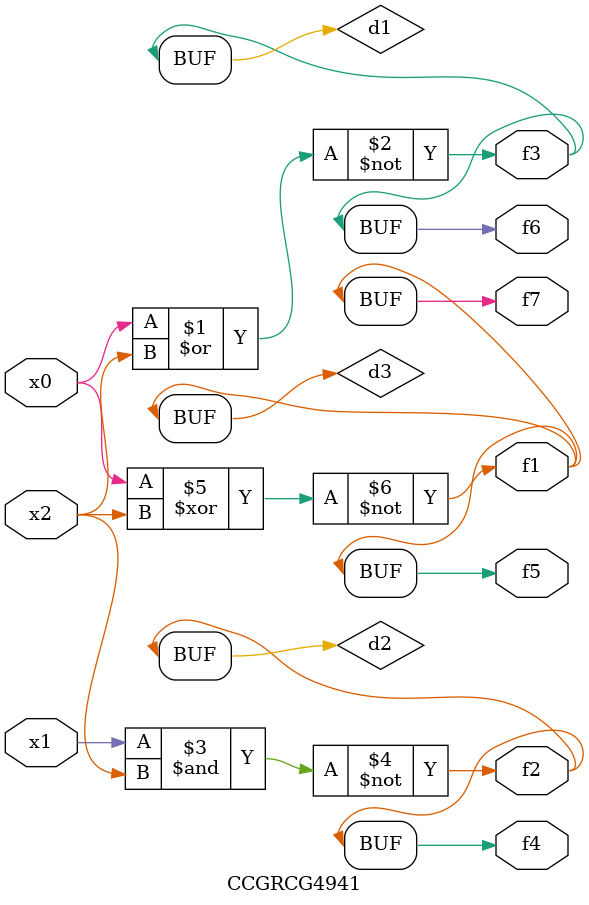
<source format=v>
module CCGRCG4941(
	input x0, x1, x2,
	output f1, f2, f3, f4, f5, f6, f7
);

	wire d1, d2, d3;

	nor (d1, x0, x2);
	nand (d2, x1, x2);
	xnor (d3, x0, x2);
	assign f1 = d3;
	assign f2 = d2;
	assign f3 = d1;
	assign f4 = d2;
	assign f5 = d3;
	assign f6 = d1;
	assign f7 = d3;
endmodule

</source>
